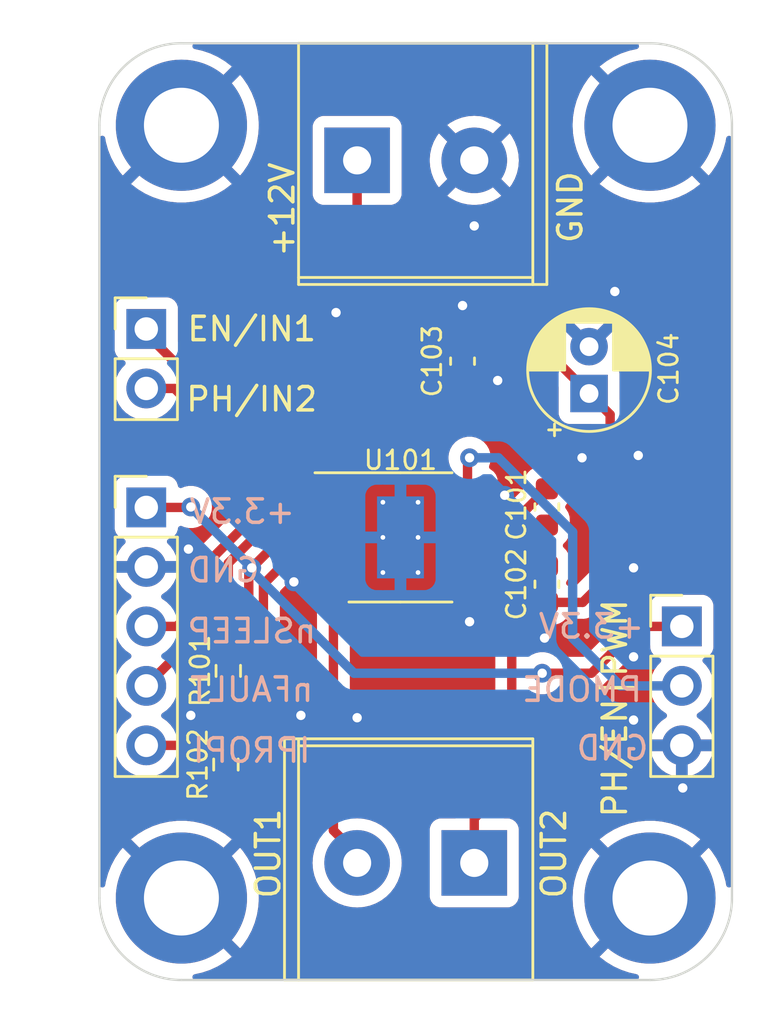
<source format=kicad_pcb>
(kicad_pcb (version 20221018) (generator pcbnew)
  (layers (0 "F.Cu" signal) (31 "B.Cu" signal) (34 "B.Paste" user) (35 "F.Paste" user) (36 "B.SilkS" user "B.Silkscreen") (37 "F.SilkS" user "F.Silkscreen") (38 "B.Mask" user) (39 "F.Mask" user) (44 "Edge.Cuts" user))
  (net 0 "")
  (net 1 "Net-(U101-CPH)")
  (net 2 "Net-(U101-CPL)")
  (net 3 "VMOTORS")
  (net 4 "Net-(U101-VCP)")
  (net 5 "GND")
  (net 6 "Net-(J101-Pin_1)")
  (net 7 "Net-(J101-Pin_2)")
  (net 8 "+3V3")
  (net 9 "PMODE")
  (net 10 "nSLEEP")
  (net 11 "nFAULT")
  (net 12 "IPROPI")
  (net 13 "IN2")
  (net 14 "IN1")
  (footprint "Connector_PinHeader_2.54mm:PinHeader_1x03_P2.54mm_Vertical" (layer "F.Cu") (at 141.96 100.6)
    (fp_text reference "J105")
    (fp_text value "PMODE")
    (fp_line (start -1.33 -1.33) (end 0 -1.33) (stroke (width 0.12)) (layer "F.SilkS"))
    (fp_line (start -1.33 0) (end -1.33 -1.33) (stroke (width 0.12)) (layer "F.SilkS"))
    (fp_line (start -1.33 1.27) (end -1.33 6.41) (stroke (width 0.12)) (layer "F.SilkS"))
    (fp_line (start -1.33 1.27) (end 1.33 1.27) (stroke (width 0.12)) (layer "F.SilkS"))
    (fp_line (start -1.33 6.41) (end 1.33 6.41) (stroke (width 0.12)) (layer "F.SilkS"))
    (fp_line (start 1.33 1.27) (end 1.33 6.41) (stroke (width 0.12)) (layer "F.SilkS"))
    (pad "1" thru_hole rect (at 0 0) (size 1.7 1.7) (drill 1) (layers "*.Cu" "*.Mask") (net 8 "+3V3"))
    (pad "2" thru_hole oval (at 0 2.54) (size 1.7 1.7) (drill 1) (layers "*.Cu" "*.Mask") (net 9 "PMODE"))
    (pad "3" thru_hole oval (at 0 5.08) (size 1.7 1.7) (drill 1) (layers "*.Cu" "*.Mask") (net 5 "GND"))
  )
  (footprint "Package_SO:HTSSOP-16-1EP_4.4x5mm_P0.65mm_EP3.4x5mm_Mask2.46x2.31mm_ThermalVias" (layer "F.Cu") (at 129.95 96.8)
    (fp_text reference "U101" (at 0 -3.3) (layer "F.SilkS") (effects (font (size 0.8 0.8) (thickness 0.12))))
    (fp_text value "~")
    (fp_line (start 0 -2.76) (end -3.65 -2.76) (stroke (width 0.12)) (layer "F.SilkS"))
    (fp_line (start 0 -2.76) (end 2.2 -2.76) (stroke (width 0.12)) (layer "F.SilkS"))
    (fp_line (start 0 2.76) (end -2.2 2.76) (stroke (width 0.12)) (layer "F.SilkS"))
    (fp_line (start 0 2.76) (end 2.2 2.76) (stroke (width 0.12)) (layer "F.SilkS"))
    (pad "1" smd roundrect (at -2.8625 -2.275) (size 1.575 0.4) (layers "F.Cu" "F.Paste" "F.Mask") (net 14 "IN1"))
    (pad "2" smd roundrect (at -2.8625 -1.625) (size 1.575 0.4) (layers "F.Cu" "F.Paste" "F.Mask") (net 13 "IN2"))
    (pad "3" smd roundrect (at -2.8625 -0.975) (size 1.575 0.4) (layers "F.Cu" "F.Paste" "F.Mask") (net 10 "nSLEEP"))
    (pad "4" smd roundrect (at -2.8625 -0.325) (size 1.575 0.4) (layers "F.Cu" "F.Paste" "F.Mask") (net 11 "nFAULT"))
    (pad "5" smd roundrect (at -2.8625 0.325) (size 1.575 0.4) (layers "F.Cu" "F.Paste" "F.Mask") (net 8 "+3V3"))
    (pad "6" smd roundrect (at -2.8625 0.975) (size 1.575 0.4) (layers "F.Cu" "F.Paste" "F.Mask") (net 12 "IPROPI"))
    (pad "7" smd roundrect (at -2.8625 1.625) (size 1.575 0.4) (layers "F.Cu" "F.Paste" "F.Mask") (net 5 "GND"))
    (pad "8" smd roundrect (at -2.8625 2.275) (size 1.575 0.4) (layers "F.Cu" "F.Paste" "F.Mask") (net 7 "Net-(J101-Pin_2)"))
    (pad "9" smd roundrect (at 2.8625 2.275) (size 1.575 0.4) (layers "F.Cu" "F.Paste" "F.Mask") (net 5 "GND"))
    (pad "10" smd roundrect (at 2.8625 1.625) (size 1.575 0.4) (layers "F.Cu" "F.Paste" "F.Mask") (net 6 "Net-(J101-Pin_1)"))
    (pad "11" smd roundrect (at 2.8625 0.975) (size 1.575 0.4) (layers "F.Cu" "F.Paste" "F.Mask") (net 3 "VMOTORS"))
    (pad "12" smd roundrect (at 2.8625 0.325) (size 1.575 0.4) (layers "F.Cu" "F.Paste" "F.Mask") (net 4 "Net-(U101-VCP)"))
    (pad "13" smd roundrect (at 2.8625 -0.325) (size 1.575 0.4) (layers "F.Cu" "F.Paste" "F.Mask") (net 1 "Net-(U101-CPH)"))
    (pad "14" smd roundrect (at 2.8625 -0.975) (size 1.575 0.4) (layers "F.Cu" "F.Paste" "F.Mask") (net 2 "Net-(U101-CPL)"))
    (pad "15" smd roundrect (at 2.8625 -1.625) (size 1.575 0.4) (layers "F.Cu" "F.Paste" "F.Mask") (net 5 "GND"))
    (pad "16" smd roundrect (at 2.8625 -2.275) (size 1.575 0.4) (layers "F.Cu" "F.Paste" "F.Mask") (net 9 "PMODE"))
    (pad "17" thru_hole circle (at -0.75 -1.5) (size 0.5 0.5) (drill 0.2) (layers "*.Cu") (net 5 "GND"))
    (pad "17" thru_hole circle (at -0.75 0) (size 0.5 0.5) (drill 0.2) (layers "*.Cu") (net 5 "GND"))
    (pad "17" thru_hole circle (at -0.75 1.5) (size 0.5 0.5) (drill 0.2) (layers "*.Cu") (net 5 "GND"))
    (pad "17" smd rect (at 0 0) (size 2 3.5) (layers "B.Cu") (net 5 "GND"))
    (pad "17" smd rect (at 0 0) (size 3.4 5) (layers "F.Cu") (net 5 "GND"))
    (pad "17" thru_hole circle (at 0.75 -1.5) (size 0.5 0.5) (drill 0.2) (layers "*.Cu") (net 5 "GND"))
    (pad "17" thru_hole circle (at 0.75 0) (size 0.5 0.5) (drill 0.2) (layers "*.Cu") (net 5 "GND"))
    (pad "17" thru_hole circle (at 0.75 1.5) (size 0.5 0.5) (drill 0.2) (layers "*.Cu") (net 5 "GND"))
  )
  (footprint "Connector_PinHeader_2.54mm:PinHeader_1x05_P2.54mm_Vertical" (layer "F.Cu") (at 119.1 95.52)
    (fp_text reference "J104")
    (fp_text value "Conn_01x06_Pin")
    (fp_line (start -1.33 -1.33) (end 0 -1.33) (stroke (width 0.12)) (layer "F.SilkS"))
    (fp_line (start -1.33 0) (end -1.33 -1.33) (stroke (width 0.12)) (layer "F.SilkS"))
    (fp_line (start -1.33 1.27) (end -1.33 11.49) (stroke (width 0.12)) (layer "F.SilkS"))
    (fp_line (start -1.33 1.27) (end 1.33 1.27) (stroke (width 0.12)) (layer "F.SilkS"))
    (fp_line (start -1.33 11.49) (end 1.33 11.49) (stroke (width 0.12)) (layer "F.SilkS"))
    (fp_line (start 1.33 1.27) (end 1.33 11.49) (stroke (width 0.12)) (layer "F.SilkS"))
    (pad "1" thru_hole rect (at 0 0) (size 1.7 1.7) (drill 1) (layers "*.Cu" "*.Mask") (net 8 "+3V3"))
    (pad "2" thru_hole oval (at 0 2.54) (size 1.7 1.7) (drill 1) (layers "*.Cu" "*.Mask") (net 5 "GND"))
    (pad "3" thru_hole oval (at 0 5.08) (size 1.7 1.7) (drill 1) (layers "*.Cu" "*.Mask") (net 10 "nSLEEP"))
    (pad "4" thru_hole oval (at 0 7.62) (size 1.7 1.7) (drill 1) (layers "*.Cu" "*.Mask") (net 11 "nFAULT"))
    (pad "5" thru_hole oval (at 0 10.16) (size 1.7 1.7) (drill 1) (layers "*.Cu" "*.Mask") (net 12 "IPROPI"))
  )
  (footprint "Capacitor_SMD:C_0603_1608Metric" (layer "F.Cu") (at 136.2 95.5 90)
    (fp_text reference "C101" (at 0.1 -1.3 90) (layer "F.SilkS") (effects (font (size 0.8 0.8) (thickness 0.12))))
    (fp_text value "0.022uf")
    (fp_line (start -0.14058 -0.51) (end 0.14058 -0.51) (stroke (width 0.12)) (layer "F.SilkS"))
    (fp_line (start -0.14058 0.51) (end 0.14058 0.51) (stroke (width 0.12)) (layer "F.SilkS"))
    (pad "1" smd roundrect (at -0.775 0 90) (size 0.9 0.95) (layers "F.Cu" "F.Paste" "F.Mask") (net 1 "Net-(U101-CPH)"))
    (pad "2" smd roundrect (at 0.775 0 90) (size 0.9 0.95) (layers "F.Cu" "F.Paste" "F.Mask") (net 2 "Net-(U101-CPL)"))
  )
  (footprint "MountingHole:MountingHole_3.2mm_M3_DIN965_Pad" (layer "F.Cu") (at 140.6 112.2)
    (fp_text reference "H104")
    (fp_text value "MountingHole")
    (pad "1" thru_hole circle (at 0 0) (size 5.6 5.6) (drill 3.2) (layers "*.Cu" "*.Mask") (net 5 "GND"))
  )
  (footprint "VsReality_Footprints:Ningbo_Kangnex_Elec_WJ128V_5_0_2P" (layer "F.Cu") (at 130.6 80.7)
    (fp_text reference "J103")
    (fp_text value "M0_CONN")
    (fp_line (start -5 -5) (end 5 -5) (stroke (width 0.12)) (layer "F.SilkS"))
    (fp_line (start -5 5) (end 5 5) (stroke (width 0.12)) (layer "F.SilkS"))
    (fp_line (start -5 5.3) (end -5 -5) (stroke (width 0.12)) (layer "F.SilkS"))
    (fp_line (start 5 -5) (end 5 5.3) (stroke (width 0.12)) (layer "F.SilkS"))
    (fp_line (start 5 -5) (end 5.6 -5) (stroke (width 0.12)) (layer "F.SilkS"))
    (fp_line (start 5 5.3) (end -5 5.3) (stroke (width 0.12)) (layer "F.SilkS"))
    (fp_line (start 5.6 -5) (end 5.6 5.3) (stroke (width 0.12)) (layer "F.SilkS"))
    (fp_line (start 5.6 5.3) (end 5 5.3) (stroke (width 0.12)) (layer "F.SilkS"))
    (pad "1" thru_hole rect (at -2.5 0 90) (size 2.8 2.8) (drill 1.2) (layers "*.Cu" "*.Mask") (net 3 "VMOTORS"))
    (pad "2" thru_hole circle (at 2.5 0) (size 2.8 2.8) (drill 1.2) (layers "*.Cu" "*.Mask") (net 5 "GND"))
  )
  (footprint "Capacitor_THT:CP_Radial_D5.0mm_P2.00mm" (layer "F.Cu") (at 138 90.655113 90)
    (fp_text reference "C104" (at 1.055113 3.4 90) (layer "F.SilkS") (effects (font (size 0.8 0.8) (thickness 0.12))))
    (fp_text value "47u")
    (fp_line (start -1.804775 -1.475) (end -1.304775 -1.475) (stroke (width 0.12)) (layer "F.SilkS"))
    (fp_line (start -1.554775 -1.725) (end -1.554775 -1.225) (stroke (width 0.12)) (layer "F.SilkS"))
    (fp_line (start 1 -2.58) (end 1 -1.04) (stroke (width 0.12)) (layer "F.SilkS"))
    (fp_line (start 1 1.04) (end 1 2.58) (stroke (width 0.12)) (layer "F.SilkS"))
    (fp_line (start 1.04 -2.58) (end 1.04 -1.04) (stroke (width 0.12)) (layer "F.SilkS"))
    (fp_line (start 1.04 1.04) (end 1.04 2.58) (stroke (width 0.12)) (layer "F.SilkS"))
    (fp_line (start 1.08 -2.579) (end 1.08 -1.04) (stroke (width 0.12)) (layer "F.SilkS"))
    (fp_line (start 1.08 1.04) (end 1.08 2.579) (stroke (width 0.12)) (layer "F.SilkS"))
    (fp_line (start 1.12 -2.578) (end 1.12 -1.04) (stroke (width 0.12)) (layer "F.SilkS"))
    (fp_line (start 1.12 1.04) (end 1.12 2.578) (stroke (width 0.12)) (layer "F.SilkS"))
    (fp_line (start 1.16 -2.576) (end 1.16 -1.04) (stroke (width 0.12)) (layer "F.SilkS"))
    (fp_line (start 1.16 1.04) (end 1.16 2.576) (stroke (width 0.12)) (layer "F.SilkS"))
    (fp_line (start 1.2 -2.573) (end 1.2 -1.04) (stroke (width 0.12)) (layer "F.SilkS"))
    (fp_line (start 1.2 1.04) (end 1.2 2.573) (stroke (width 0.12)) (layer "F.SilkS"))
    (fp_line (start 1.24 -2.569) (end 1.24 -1.04) (stroke (width 0.12)) (layer "F.SilkS"))
    (fp_line (start 1.24 1.04) (end 1.24 2.569) (stroke (width 0.12)) (layer "F.SilkS"))
    (fp_line (start 1.28 -2.565) (end 1.28 -1.04) (stroke (width 0.12)) (layer "F.SilkS"))
    (fp_line (start 1.28 1.04) (end 1.28 2.565) (stroke (width 0.12)) (layer "F.SilkS"))
    (fp_line (start 1.32 -2.561) (end 1.32 -1.04) (stroke (width 0.12)) (layer "F.SilkS"))
    (fp_line (start 1.32 1.04) (end 1.32 2.561) (stroke (width 0.12)) (layer "F.SilkS"))
    (fp_line (start 1.36 -2.556) (end 1.36 -1.04) (stroke (width 0.12)) (layer "F.SilkS"))
    (fp_line (start 1.36 1.04) (end 1.36 2.556) (stroke (width 0.12)) (layer "F.SilkS"))
    (fp_line (start 1.4 -2.55) (end 1.4 -1.04) (stroke (width 0.12)) (layer "F.SilkS"))
    (fp_line (start 1.4 1.04) (end 1.4 2.55) (stroke (width 0.12)) (layer "F.SilkS"))
    (fp_line (start 1.44 -2.543) (end 1.44 -1.04) (stroke (width 0.12)) (layer "F.SilkS"))
    (fp_line (start 1.44 1.04) (end 1.44 2.543) (stroke (width 0.12)) (layer "F.SilkS"))
    (fp_line (start 1.48 -2.536) (end 1.48 -1.04) (stroke (width 0.12)) (layer "F.SilkS"))
    (fp_line (start 1.48 1.04) (end 1.48 2.536) (stroke (width 0.12)) (layer "F.SilkS"))
    (fp_line (start 1.52 -2.528) (end 1.52 -1.04) (stroke (width 0.12)) (layer "F.SilkS"))
    (fp_line (start 1.52 1.04) (end 1.52 2.528) (stroke (width 0.12)) (layer "F.SilkS"))
    (fp_line (start 1.56 -2.52) (end 1.56 -1.04) (stroke (width 0.12)) (layer "F.SilkS"))
    (fp_line (start 1.56 1.04) (end 1.56 2.52) (stroke (width 0.12)) (layer "F.SilkS"))
    (fp_line (start 1.6 -2.511) (end 1.6 -1.04) (stroke (width 0.12)) (layer "F.SilkS"))
    (fp_line (start 1.6 1.04) (end 1.6 2.511) (stroke (width 0.12)) (layer "F.SilkS"))
    (fp_line (start 1.64 -2.501) (end 1.64 -1.04) (stroke (width 0.12)) (layer "F.SilkS"))
    (fp_line (start 1.64 1.04) (end 1.64 2.501) (stroke (width 0.12)) (layer "F.SilkS"))
    (fp_line (start 1.68 -2.491) (end 1.68 -1.04) (stroke (width 0.12)) (layer "F.SilkS"))
    (fp_line (start 1.68 1.04) (end 1.68 2.491) (stroke (width 0.12)) (layer "F.SilkS"))
    (fp_line (start 1.721 -2.48) (end 1.721 -1.04) (stroke (width 0.12)) (layer "F.SilkS"))
    (fp_line (start 1.721 1.04) (end 1.721 2.48) (stroke (width 0.12)) (layer "F.SilkS"))
    (fp_line (start 1.761 -2.468) (end 1.761 -1.04) (stroke (width 0.12)) (layer "F.SilkS"))
    (fp_line (start 1.761 1.04) (end 1.761 2.468) (stroke (width 0.12)) (layer "F.SilkS"))
    (fp_line (start 1.801 -2.455) (end 1.801 -1.04) (stroke (width 0.12)) (layer "F.SilkS"))
    (fp_line (start 1.801 1.04) (end 1.801 2.455) (stroke (width 0.12)) (layer "F.SilkS"))
    (fp_line (start 1.841 -2.442) (end 1.841 -1.04) (stroke (width 0.12)) (layer "F.SilkS"))
    (fp_line (start 1.841 1.04) (end 1.841 2.442) (stroke (width 0.12)) (layer "F.SilkS"))
    (fp_line (start 1.881 -2.428) (end 1.881 -1.04) (stroke (width 0.12)) (layer "F.SilkS"))
    (fp_line (start 1.881 1.04) (end 1.881 2.428) (stroke (width 0.12)) (layer "F.SilkS"))
    (fp_line (start 1.921 -2.414) (end 1.921 -1.04) (stroke (width 0.12)) (layer "F.SilkS"))
    (fp_line (start 1.921 1.04) (end 1.921 2.414) (stroke (width 0.12)) (layer "F.SilkS"))
    (fp_line (start 1.961 -2.398) (end 1.961 -1.04) (stroke (width 0.12)) (layer "F.SilkS"))
    (fp_line (start 1.961 1.04) (end 1.961 2.398) (stroke (width 0.12)) (layer "F.SilkS"))
    (fp_line (start 2.001 -2.382) (end 2.001 -1.04) (stroke (width 0.12)) (layer "F.SilkS"))
    (fp_line (start 2.001 1.04) (end 2.001 2.382) (stroke (width 0.12)) (layer "F.SilkS"))
    (fp_line (start 2.041 -2.365) (end 2.041 -1.04) (stroke (width 0.12)) (layer "F.SilkS"))
    (fp_line (start 2.041 1.04) (end 2.041 2.365) (stroke (width 0.12)) (layer "F.SilkS"))
    (fp_line (start 2.081 -2.348) (end 2.081 -1.04) (stroke (width 0.12)) (layer "F.SilkS"))
    (fp_line (start 2.081 1.04) (end 2.081 2.348) (stroke (width 0.12)) (layer "F.SilkS"))
    (fp_line (start 2.121 -2.329) (end 2.121 -1.04) (stroke (width 0.12)) (layer "F.SilkS"))
    (fp_line (start 2.121 1.04) (end 2.121 2.329) (stroke (width 0.12)) (layer "F.SilkS"))
    (fp_line (start 2.161 -2.31) (end 2.161 -1.04) (stroke (width 0.12)) (layer "F.SilkS"))
    (fp_line (start 2.161 1.04) (end 2.161 2.31) (stroke (width 0.12)) (layer "F.SilkS"))
    (fp_line (start 2.201 -2.29) (end 2.201 -1.04) (stroke (width 0.12)) (layer "F.SilkS"))
    (fp_line (start 2.201 1.04) (end 2.201 2.29) (stroke (width 0.12)) (layer "F.SilkS"))
    (fp_line (start 2.241 -2.268) (end 2.241 -1.04) (stroke (width 0.12)) (layer "F.SilkS"))
    (fp_line (start 2.241 1.04) (end 2.241 2.268) (stroke (width 0.12)) (layer "F.SilkS"))
    (fp_line (start 2.281 -2.247) (end 2.281 -1.04) (stroke (width 0.12)) (layer "F.SilkS"))
    (fp_line (start 2.281 1.04) (end 2.281 2.247) (stroke (width 0.12)) (layer "F.SilkS"))
    (fp_line (start 2.321 -2.224) (end 2.321 -1.04) (stroke (width 0.12)) (layer "F.SilkS"))
    (fp_line (start 2.321 1.04) (end 2.321 2.224) (stroke (width 0.12)) (layer "F.SilkS"))
    (fp_line (start 2.361 -2.2) (end 2.361 -1.04) (stroke (width 0.12)) (layer "F.SilkS"))
    (fp_line (start 2.361 1.04) (end 2.361 2.2) (stroke (width 0.12)) (layer "F.SilkS"))
    (fp_line (start 2.401 -2.175) (end 2.401 -1.04) (stroke (width 0.12)) (layer "F.SilkS"))
    (fp_line (start 2.401 1.04) (end 2.401 2.175) (stroke (width 0.12)) (layer "F.SilkS"))
    (fp_line (start 2.441 -2.149) (end 2.441 -1.04) (stroke (width 0.12)) (layer "F.SilkS"))
    (fp_line (start 2.441 1.04) (end 2.441 2.149) (stroke (width 0.12)) (layer "F.SilkS"))
    (fp_line (start 2.481 -2.122) (end 2.481 -1.04) (stroke (width 0.12)) (layer "F.SilkS"))
    (fp_line (start 2.481 1.04) (end 2.481 2.122) (stroke (width 0.12)) (layer "F.SilkS"))
    (fp_line (start 2.521 -2.095) (end 2.521 -1.04) (stroke (width 0.12)) (layer "F.SilkS"))
    (fp_line (start 2.521 1.04) (end 2.521 2.095) (stroke (width 0.12)) (layer "F.SilkS"))
    (fp_line (start 2.561 -2.065) (end 2.561 -1.04) (stroke (width 0.12)) (layer "F.SilkS"))
    (fp_line (start 2.561 1.04) (end 2.561 2.065) (stroke (width 0.12)) (layer "F.SilkS"))
    (fp_line (start 2.601 -2.035) (end 2.601 -1.04) (stroke (width 0.12)) (layer "F.SilkS"))
    (fp_line (start 2.601 1.04) (end 2.601 2.035) (stroke (width 0.12)) (layer "F.SilkS"))
    (fp_line (start 2.641 -2.004) (end 2.641 -1.04) (stroke (width 0.12)) (layer "F.SilkS"))
    (fp_line (start 2.641 1.04) (end 2.641 2.004) (stroke (width 0.12)) (layer "F.SilkS"))
    (fp_line (start 2.681 -1.971) (end 2.681 -1.04) (stroke (width 0.12)) (layer "F.SilkS"))
    (fp_line (start 2.681 1.04) (end 2.681 1.971) (stroke (width 0.12)) (layer "F.SilkS"))
    (fp_line (start 2.721 -1.937) (end 2.721 -1.04) (stroke (width 0.12)) (layer "F.SilkS"))
    (fp_line (start 2.721 1.04) (end 2.721 1.937) (stroke (width 0.12)) (layer "F.SilkS"))
    (fp_line (start 2.761 -1.901) (end 2.761 -1.04) (stroke (width 0.12)) (layer "F.SilkS"))
    (fp_line (start 2.761 1.04) (end 2.761 1.901) (stroke (width 0.12)) (layer "F.SilkS"))
    (fp_line (start 2.801 -1.864) (end 2.801 -1.04) (stroke (width 0.12)) (layer "F.SilkS"))
    (fp_line (start 2.801 1.04) (end 2.801 1.864) (stroke (width 0.12)) (layer "F.SilkS"))
    (fp_line (start 2.841 -1.826) (end 2.841 -1.04) (stroke (width 0.12)) (layer "F.SilkS"))
    (fp_line (start 2.841 1.04) (end 2.841 1.826) (stroke (width 0.12)) (layer "F.SilkS"))
    (fp_line (start 2.881 -1.785) (end 2.881 -1.04) (stroke (width 0.12)) (layer "F.SilkS"))
    (fp_line (start 2.881 1.04) (end 2.881 1.785) (stroke (width 0.12)) (layer "F.SilkS"))
    (fp_line (start 2.921 -1.743) (end 2.921 -1.04) (stroke (width 0.12)) (layer "F.SilkS"))
    (fp_line (start 2.921 1.04) (end 2.921 1.743) (stroke (width 0.12)) (layer "F.SilkS"))
    (fp_line (start 2.961 -1.699) (end 2.961 -1.04) (stroke (width 0.12)) (layer "F.SilkS"))
    (fp_line (start 2.961 1.04) (end 2.961 1.699) (stroke (width 0.12)) (layer "F.SilkS"))
    (fp_line (start 3.001 -1.653) (end 3.001 -1.04) (stroke (width 0.12)) (layer "F.SilkS"))
    (fp_line (start 3.001 1.04) (end 3.001 1.653) (stroke (width 0.12)) (layer "F.SilkS"))
    (fp_line (start 3.041 -1.605) (end 3.041 1.605) (stroke (width 0.12)) (layer "F.SilkS"))
    (fp_line (start 3.081 -1.554) (end 3.081 1.554) (stroke (width 0.12)) (layer "F.SilkS"))
    (fp_line (start 3.121 -1.5) (end 3.121 1.5) (stroke (width 0.12)) (layer "F.SilkS"))
    (fp_line (start 3.161 -1.443) (end 3.161 1.443) (stroke (width 0.12)) (layer "F.SilkS"))
    (fp_line (start 3.201 -1.383) (end 3.201 1.383) (stroke (width 0.12)) (layer "F.SilkS"))
    (fp_line (start 3.241 -1.319) (end 3.241 1.319) (stroke (width 0.12)) (layer "F.SilkS"))
    (fp_line (start 3.281 -1.251) (end 3.281 1.251) (stroke (width 0.12)) (layer "F.SilkS"))
    (fp_line (start 3.321 -1.178) (end 3.321 1.178) (stroke (width 0.12)) (layer "F.SilkS"))
    (fp_line (start 3.361 -1.098) (end 3.361 1.098) (stroke (width 0.12)) (layer "F.SilkS"))
    (fp_line (start 3.401 -1.011) (end 3.401 1.011) (stroke (width 0.12)) (layer "F.SilkS"))
    (fp_line (start 3.441 -0.915) (end 3.441 0.915) (stroke (width 0.12)) (layer "F.SilkS"))
    (fp_line (start 3.481 -0.805) (end 3.481 0.805) (stroke (width 0.12)) (layer "F.SilkS"))
    (fp_line (start 3.521 -0.677) (end 3.521 0.677) (stroke (width 0.12)) (layer "F.SilkS"))
    (fp_line (start 3.561 -0.518) (end 3.561 0.518) (stroke (width 0.12)) (layer "F.SilkS"))
    (fp_line (start 3.601 -0.284) (end 3.601 0.284) (stroke (width 0.12)) (layer "F.SilkS"))
    (fp_circle (center 1 0) (end 3.62 0) (stroke (width 0.12)) (fill none) (layer "F.SilkS"))
    (pad "1" thru_hole rect (at 0 0 90) (size 1.6 1.6) (drill 0.8) (layers "*.Cu" "*.Mask") (net 3 "VMOTORS"))
    (pad "2" thru_hole circle (at 2 0 90) (size 1.6 1.6) (drill 0.8) (layers "*.Cu" "*.Mask") (net 5 "GND"))
  )
  (footprint "Capacitor_SMD:C_0603_1608Metric" (layer "F.Cu") (at 136.2 98.8 90)
    (fp_text reference "C102" (at 0 -1.3 90) (layer "F.SilkS") (effects (font (size 0.8 0.8) (thickness 0.12))))
    (fp_text value "0.1uf")
    (fp_line (start -0.14058 -0.51) (end 0.14058 -0.51) (stroke (width 0.12)) (layer "F.SilkS"))
    (fp_line (start -0.14058 0.51) (end 0.14058 0.51) (stroke (width 0.12)) (layer "F.SilkS"))
    (pad "1" smd roundrect (at -0.775 0 90) (size 0.9 0.95) (layers "F.Cu" "F.Paste" "F.Mask") (net 3 "VMOTORS"))
    (pad "2" smd roundrect (at 0.775 0 90) (size 0.9 0.95) (layers "F.Cu" "F.Paste" "F.Mask") (net 4 "Net-(U101-VCP)"))
  )
  (footprint "MountingHole:MountingHole_3.2mm_M3_DIN965_Pad" (layer "F.Cu") (at 120.6 112.2)
    (fp_text reference "H103")
    (fp_text value "MountingHole")
    (pad "1" thru_hole circle (at 0 0) (size 5.6 5.6) (drill 3.2) (layers "*.Cu" "*.Mask") (net 5 "GND"))
  )
  (footprint "Resistor_SMD:R_0603_1608Metric" (layer "F.Cu") (at 122.6 102.5 90)
    (fp_text reference "R101" (at 0 -1.2 90) (layer "F.SilkS") (effects (font (size 0.8 0.8) (thickness 0.12))))
    (fp_text value "10K")
    (fp_line (start -0.237258 -0.5225) (end 0.237258 -0.5225) (stroke (width 0.12)) (layer "F.SilkS"))
    (fp_line (start -0.237258 0.5225) (end 0.237258 0.5225) (stroke (width 0.12)) (layer "F.SilkS"))
    (pad "1" smd roundrect (at -0.825 0 90) (size 0.8 0.95) (layers "F.Cu" "F.Paste" "F.Mask") (net 8 "+3V3"))
    (pad "2" smd roundrect (at 0.825 0 90) (size 0.8 0.95) (layers "F.Cu" "F.Paste" "F.Mask") (net 11 "nFAULT"))
  )
  (footprint "Capacitor_SMD:C_0603_1608Metric" (layer "F.Cu") (at 132.6 89.275 90)
    (fp_text reference "C103" (at 0 -1.3 90) (layer "F.SilkS") (effects (font (size 0.8 0.8) (thickness 0.12))))
    (fp_text value "0.1uf")
    (fp_line (start -0.14058 -0.51) (end 0.14058 -0.51) (stroke (width 0.12)) (layer "F.SilkS"))
    (fp_line (start -0.14058 0.51) (end 0.14058 0.51) (stroke (width 0.12)) (layer "F.SilkS"))
    (pad "1" smd roundrect (at -0.775 0 90) (size 0.9 0.95) (layers "F.Cu" "F.Paste" "F.Mask") (net 5 "GND"))
    (pad "2" smd roundrect (at 0.775 0 90) (size 0.9 0.95) (layers "F.Cu" "F.Paste" "F.Mask") (net 3 "VMOTORS"))
  )
  (footprint "Connector_PinHeader_2.54mm:PinHeader_1x02_P2.54mm_Vertical" (layer "F.Cu") (at 119.1 87.9)
    (fp_text reference "J102")
    (fp_text value "Conn_01x02_Pin")
    (fp_text user "PMODE" (at 18.6 15.4) (layer "B.SilkS") (effects (justify mirror)))
    (fp_text user "GND" (at 19.9 17.9) (layer "B.SilkS") (effects (justify mirror)))
    (fp_text user "nFAULT" (at 4.5 15.4) (layer "B.SilkS") (effects (justify mirror)))
    (fp_text user "nSLEEP" (at 4.5 12.9) (layer "B.SilkS") (effects (justify mirror)))
    (fp_text user "GND" (at 3.3 10.3) (layer "B.SilkS") (effects (justify mirror)))
    (fp_text user "+3.3V" (at 4.1 7.8) (layer "B.SilkS") (effects (justify mirror)))
    (fp_text user "+3.3V" (at 19 12.7) (layer "B.SilkS") (effects (justify mirror)))
    (fp_text user "IPROPI" (at 4.5 18) (layer "B.SilkS") (effects (justify mirror)))
    (fp_text user "+12V" (at 5.8 -5.1 -90) (layer "F.SilkS"))
    (fp_text user "GND" (at 18.1 -5.2 -90) (layer "F.SilkS"))
    (fp_text user "PH/EN|PWM" (at 20 16.2 90) (layer "F.SilkS"))
    (fp_text user "PH/IN2" (at 4.5 3) (layer "F.SilkS"))
    (fp_text user "EN/IN1" (at 4.5 0) (layer "F.SilkS"))
    (fp_text user "OUT1" (at 5.2 22.4 90) (layer "F.SilkS"))
    (fp_text user "OUT2" (at 17.4 22.4 90) (layer "F.SilkS"))
    (fp_line (start -1.33 -1.33) (end 0 -1.33) (stroke (width 0.12)) (layer "F.SilkS"))
    (fp_line (start -1.33 0) (end -1.33 -1.33) (stroke (width 0.12)) (layer "F.SilkS"))
    (fp_line (start -1.33 1.27) (end -1.33 3.87) (stroke (width 0.12)) (layer "F.SilkS"))
    (fp_line (start -1.33 1.27) (end 1.33 1.27) (stroke (width 0.12)) (layer "F.SilkS"))
    (fp_line (start -1.33 3.87) (end 1.33 3.87) (stroke (width 0.12)) (layer "F.SilkS"))
    (fp_line (start 1.33 1.27) (end 1.33 3.87) (stroke (width 0.12)) (layer "F.SilkS"))
    (pad "1" thru_hole rect (at 0 0) (size 1.7 1.7) (drill 1) (layers "*.Cu" "*.Mask") (net 14 "IN1"))
    (pad "2" thru_hole oval (at 0 2.54) (size 1.7 1.7) (drill 1) (layers "*.Cu" "*.Mask") (net 13 "IN2"))
  )
  (footprint "Resistor_SMD:R_0603_1608Metric" (layer "F.Cu") (at 122.5 106.5 -90)
    (fp_text reference "R102" (at 0 1.2 90) (layer "F.SilkS") (effects (font (size 0.8 0.8) (thickness 0.12))))
    (fp_text value "1.2K")
    (fp_line (start -0.237258 -0.5225) (end 0.237258 -0.5225) (stroke (width 0.12)) (layer "F.SilkS"))
    (fp_line (start -0.237258 0.5225) (end 0.237258 0.5225) (stroke (width 0.12)) (layer "F.SilkS"))
    (pad "1" smd roundrect (at -0.825 0 270) (size 0.8 0.95) (layers "F.Cu" "F.Paste" "F.Mask") (net 12 "IPROPI"))
    (pad "2" smd roundrect (at 0.825 0 270) (size 0.8 0.95) (layers "F.Cu" "F.Paste" "F.Mask") (net 5 "GND"))
  )
  (footprint "MountingHole:MountingHole_3.2mm_M3_DIN965_Pad" (layer "F.Cu") (at 140.6 79.2)
    (fp_text reference "H102")
    (fp_text value "MountingHole")
    (pad "1" thru_hole circle (at 0 0) (size 5.6 5.6) (drill 3.2) (layers "*.Cu" "*.Mask") (net 5 "GND"))
  )
  (footprint "VsReality_Footprints:Ningbo_Kangnex_Elec_WJ128V_5_0_2P" (layer "F.Cu") (at 130.6 110.7 180)
    (fp_text reference "J101")
    (fp_text value "M0_CONN")
    (fp_line (start -5 -5) (end 5 -5) (stroke (width 0.12)) (layer "F.SilkS"))
    (fp_line (start -5 5) (end 5 5) (stroke (width 0.12)) (layer "F.SilkS"))
    (fp_line (start -5 5.3) (end -5 -5) (stroke (width 0.12)) (layer "F.SilkS"))
    (fp_line (start 5 -5) (end 5 5.3) (stroke (width 0.12)) (layer "F.SilkS"))
    (fp_line (start 5 -5) (end 5.6 -5) (stroke (width 0.12)) (layer "F.SilkS"))
    (fp_line (start 5 5.3) (end -5 5.3) (stroke (width 0.12)) (layer "F.SilkS"))
    (fp_line (start 5.6 -5) (end 5.6 5.3) (stroke (width 0.12)) (layer "F.SilkS"))
    (fp_line (start 5.6 5.3) (end 5 5.3) (stroke (width 0.12)) (layer "F.SilkS"))
    (pad "1" thru_hole rect (at -2.5 0 270) (size 2.8 2.8) (drill 1.2) (layers "*.Cu" "*.Mask") (net 6 "Net-(J101-Pin_1)"))
    (pad "2" thru_hole circle (at 2.5 0 180) (size 2.8 2.8) (drill 1.2) (layers "*.Cu" "*.Mask") (net 7 "Net-(J101-Pin_2)"))
  )
  (footprint "MountingHole:MountingHole_3.2mm_M3_DIN965_Pad" (layer "F.Cu") (at 120.6 79.2)
    (fp_text reference "H101")
    (fp_text value "MountingHole")
    (pad "1" thru_hole circle (at 0 0) (size 5.6 5.6) (drill 3.2) (layers "*.Cu" "*.Mask") (net 5 "GND"))
  )
  (gr_line (start 144.1 112.2) (end 144.1 79.2) (stroke (width 0.1)) (layer "Edge.Cuts"))
  (gr_arc (start 117.098572 79.2) (mid 118.159728 76.68901) (end 120.7 75.7) (stroke (width 0.1)) (layer "Edge.Cuts"))
  (gr_arc (start 144.1 112.2) (mid 143.074874 114.674874) (end 140.6 115.7) (stroke (width 0.1)) (layer "Edge.Cuts"))
  (gr_arc (start 120.6 115.7) (mid 118.125126 114.674874) (end 117.1 112.2) (stroke (width 0.1)) (layer "Edge.Cuts"))
  (gr_line (start 120.7 75.7) (end 140.6 75.7) (stroke (width 0.1)) (layer "Edge.Cuts"))
  (gr_line (start 117.098572 79.2) (end 117.1 112.2) (stroke (width 0.1)) (layer "Edge.Cuts"))
  (gr_line (start 120.6 115.7) (end 140.6 115.7) (stroke (width 0.1)) (layer "Edge.Cuts"))
  (gr_arc (start 140.6 75.7) (mid 143.074874 76.725126) (end 144.1 79.2) (stroke (width 0.1)) (layer "Edge.Cuts"))
  (segment (start 132.8125 96.475) (end 136 96.475) (width 0.4) (layer "F.Cu") (net 1))
  (segment (start 136 96.475) (end 136.2 96.275) (width 0.4) (layer "F.Cu") (net 1))
  (segment (start 135.1 95.825) (end 132.8125 95.825) (width 0.4) (layer "F.Cu") (net 2))
  (segment (start 136.2 94.725) (end 135.1 95.825) (width 0.4) (layer "F.Cu") (net 2))
  (segment (start 135.844887 88.5) (end 138 90.655113) (width 0.4) (layer "F.Cu") (net 3))
  (segment (start 138.9 98.4) (end 138.9 91.555113) (width 0.4) (layer "F.Cu") (net 3))
  (segment (start 137.725 99.575) (end 138.9 98.4) (width 0.4) (layer "F.Cu") (net 3))
  (segment (start 135.926472 99.575) (end 136.2 99.575) (width 0.4) (layer "F.Cu") (net 3))
  (segment (start 134.126472 97.775) (end 135.926472 99.575) (width 0.4) (layer "F.Cu") (net 3))
  (segment (start 132.8125 97.775) (end 134.126472 97.775) (width 0.4) (layer "F.Cu") (net 3))
  (segment (start 130.9 88.5) (end 135.844887 88.5) (width 0.4) (layer "F.Cu") (net 3))
  (segment (start 128.1 80.7) (end 128.1 85.7) (width 0.4) (layer "F.Cu") (net 3))
  (segment (start 128.1 85.7) (end 130.9 88.5) (width 0.4) (layer "F.Cu") (net 3))
  (segment (start 136.2 99.575) (end 137.725 99.575) (width 0.4) (layer "F.Cu") (net 3))
  (segment (start 138 90.655113) (end 138.9 91.555113) (width 0.4) (layer "F.Cu") (net 3))
  (segment (start 134.325 97.125) (end 135.225 98.025) (width 0.4) (layer "F.Cu") (net 4))
  (segment (start 132.8125 97.125) (end 134.325 97.125) (width 0.4) (layer "F.Cu") (net 4))
  (segment (start 135.225 98.025) (end 136.2 98.025) (width 0.4) (layer "F.Cu") (net 4))
  (segment (start 127.0875 98.425) (end 125.675 98.425) (width 0.4) (layer "F.Cu") (net 5))
  (segment (start 125.675 98.425) (end 125.4 98.7) (width 0.4) (layer "F.Cu") (net 5))
  (segment (start 132.8125 95.175) (end 134.225 95.175) (width 0.4) (layer "F.Cu") (net 5))
  (segment (start 134.225 95.175) (end 134.4 95) (width 0.4) (layer "F.Cu") (net 5))
  (segment (start 134.425 95.175) (end 134.6 95) (width 0.4) (layer "F.Cu") (net 5))
  (via (at 120.9 97.3) (size 0.8) (drill 0.4) (layers "F.Cu" "B.Cu") (net 5))
  (via (at 132.6 86.9) (size 0.8) (drill 0.4) (layers "F.Cu" "B.Cu") (net 5))
  (via (at 127.2 87.2) (size 0.8) (drill 0.4) (layers "F.Cu" "B.Cu") (net 5))
  (via (at 132.9 100.4) (size 0.8) (drill 0.4) (layers "F.Cu" "B.Cu") (net 5))
  (via (at 142 107.5) (size 0.8) (drill 0.4) (layers "F.Cu" "B.Cu") (net 5))
  (via (at 128.1 104.5) (size 0.8) (drill 0.4) (layers "F.Cu" "B.Cu") (net 5))
  (via (at 134.4 95) (size 0.8) (drill 0.4) (layers "F.Cu" "B.Cu") (net 5))
  (via (at 137.7 93.4) (size 0.8) (drill 0.4) (layers "F.Cu" "B.Cu") (net 5))
  (via (at 121 104.4) (size 0.8) (drill 0.4) (layers "F.Cu" "B.Cu") (net 5))
  (via (at 134.1 90.1) (size 0.8) (drill 0.4) (layers "F.Cu" "B.Cu") (net 5))
  (via (at 125.7 104.4) (size 0.8) (drill 0.4) (layers "F.Cu" "B.Cu") (net 5))
  (via (at 139.9 104.6) (size 0.8) (drill 0.4) (layers "F.Cu" "B.Cu") (net 5))
  (via (at 136.1 101.1) (size 0.8) (drill 0.4) (layers "F.Cu" "B.Cu") (net 5))
  (via (at 139.9 98.1) (size 0.8) (drill 0.4) (layers "F.Cu" "B.Cu") (net 5))
  (via (at 139.1 86.3) (size 0.8) (drill 0.4) (layers "F.Cu" "B.Cu") (net 5))
  (via (at 133.1 83.5) (size 0.8) (drill 0.4) (layers "F.Cu" "B.Cu") (net 5))
  (via (at 139.9 101.9) (size 0.8) (drill 0.4) (layers "F.Cu" "B.Cu") (net 5))
  (via (at 125.4 98.7) (size 0.8) (drill 0.4) (layers "F.Cu" "B.Cu") (net 5))
  (via (at 140.1 93.3) (size 0.8) (drill 0.4) (layers "F.Cu" "B.Cu") (net 5))
  (segment (start 133.657107 98.425) (end 134.7 99.467893) (width 0.4) (layer "F.Cu") (net 6))
  (segment (start 134.7 99.467893) (end 134.7 107.2) (width 0.4) (layer "F.Cu") (net 6))
  (segment (start 133.1 108.8) (end 133.1 110.7) (width 0.4) (layer "F.Cu") (net 6))
  (segment (start 132.8125 98.425) (end 133.657107 98.425) (width 0.4) (layer "F.Cu") (net 6))
  (segment (start 134.7 107.2) (end 133.1 108.8) (width 0.4) (layer "F.Cu") (net 6))
  (segment (start 128.1 110.325) (end 128.1 110.7) (width 0.4) (layer "F.Cu") (net 7))
  (segment (start 127.0875 99.075) (end 127.0875 109.3125) (width 0.4) (layer "F.Cu") (net 7))
  (segment (start 127.0875 109.3125) (end 128.1 110.325) (width 0.4) (layer "F.Cu") (net 7))
  (segment (start 123.475 98.225) (end 123.475 102.45) (width 0.4) (layer "F.Cu") (net 8))
  (segment (start 138.1 102.6) (end 140.1 100.6) (width 0.4) (layer "F.Cu") (net 8))
  (segment (start 121 95.5) (end 120.98 95.52) (width 0.4) (layer "F.Cu") (net 8))
  (segment (start 120.98 95.52) (end 119.1 95.52) (width 0.4) (layer "F.Cu") (net 8))
  (segment (start 140.1 100.6) (end 141.96 100.6) (width 0.4) (layer "F.Cu") (net 8))
  (segment (start 123.6 98.1) (end 123.475 98.225) (width 0.4) (layer "F.Cu") (net 8))
  (segment (start 138.1 102.6) (end 136 102.6) (width 0.4) (layer "F.Cu") (net 8))
  (segment (start 121.02 95.52) (end 121 95.5) (width 0.4) (layer "F.Cu") (net 8))
  (segment (start 123.475 102.45) (end 122.6 103.325) (width 0.4) (layer "F.Cu") (net 8))
  (segment (start 127.0875 97.125) (end 124.575 97.125) (width 0.4) (layer "F.Cu") (net 8))
  (segment (start 124.575 97.125) (end 123.6 98.1) (width 0.4) (layer "F.Cu") (net 8))
  (segment (start 121.1 95.52) (end 121.02 95.52) (width 0.4) (layer "F.Cu") (net 8))
  (via (at 136 102.6) (size 0.8) (drill 0.4) (layers "F.Cu" "B.Cu") (net 8))
  (via (at 121 95.5) (size 0.8) (drill 0.4) (layers "F.Cu" "B.Cu") (net 8))
  (via (at 123.6 98.1) (size 0.8) (drill 0.4) (layers "F.Cu" "B.Cu") (net 8))
  (segment (start 127.968629 102.6) (end 136 102.6) (width 0.4) (layer "B.Cu") (net 8))
  (segment (start 121 95.5) (end 123.6 98.1) (width 0.4) (layer "B.Cu") (net 8))
  (segment (start 123.6 98.231371) (end 127.968629 102.6) (width 0.4) (layer "B.Cu") (net 8))
  (segment (start 123.6 98.1) (end 123.6 98.231371) (width 0.4) (layer "B.Cu") (net 8))
  (segment (start 132.8125 94.525) (end 132.8125 93.4875) (width 0.4) (layer "F.Cu") (net 9))
  (segment (start 132.8125 93.4875) (end 132.9 93.4) (width 0.4) (layer "F.Cu") (net 9))
  (via (at 132.9 93.4) (size 0.8) (drill 0.4) (layers "F.Cu" "B.Cu") (net 9))
  (segment (start 139.34 103.14) (end 141.96 103.14) (width 0.4) (layer "B.Cu") (net 9))
  (segment (start 137.3 96.568629) (end 137.3 101.1) (width 0.4) (layer "B.Cu") (net 9))
  (segment (start 132.9 93.4) (end 134.131371 93.4) (width 0.4) (layer "B.Cu") (net 9))
  (segment (start 134.131371 93.4) (end 137.3 96.568629) (width 0.4) (layer "B.Cu") (net 9))
  (segment (start 137.3 101.1) (end 139.34 103.14) (width 0.4) (layer "B.Cu") (net 9))
  (segment (start 127.0875 95.825) (end 123.775 95.825) (width 0.4) (layer "F.Cu") (net 10))
  (segment (start 121.6 99.4) (end 120.4 100.6) (width 0.4) (layer "F.Cu") (net 10))
  (segment (start 120.4 100.6) (end 119.1 100.6) (width 0.4) (layer "F.Cu") (net 10))
  (segment (start 121.6 98) (end 121.6 99.4) (width 0.4) (layer "F.Cu") (net 10))
  (segment (start 123.775 95.825) (end 121.6 98) (width 0.4) (layer "F.Cu") (net 10))
  (segment (start 127.0875 96.475) (end 124.025 96.475) (width 0.4) (layer "F.Cu") (net 11))
  (segment (start 122.6 97.9) (end 122.6 101.675) (width 0.4) (layer "F.Cu") (net 11))
  (segment (start 124.025 96.475) (end 122.6 97.9) (width 0.4) (layer "F.Cu") (net 11))
  (segment (start 122.6 101.675) (end 120.565 101.675) (width 0.4) (layer "F.Cu") (net 11))
  (segment (start 120.565 101.675) (end 119.1 103.14) (width 0.4) (layer "F.Cu") (net 11))
  (segment (start 127.0875 97.775) (end 125.125 97.775) (width 0.4) (layer "F.Cu") (net 12))
  (segment (start 119.1 105.68) (end 122.495 105.68) (width 0.4) (layer "F.Cu") (net 12))
  (segment (start 124.1 98.8) (end 124.1 104.075) (width 0.4) (layer "F.Cu") (net 12))
  (segment (start 124.1 104.075) (end 122.5 105.675) (width 0.4) (layer "F.Cu") (net 12))
  (segment (start 125.125 97.775) (end 124.1 98.8) (width 0.4) (layer "F.Cu") (net 12))
  (segment (start 122.495 105.68) (end 122.5 105.675) (width 0.4) (layer "F.Cu") (net 12))
  (segment (start 125.037081 95.175) (end 127.0875 95.175) (width 0.4) (layer "F.Cu") (net 13))
  (segment (start 120.302081 90.44) (end 125.037081 95.175) (width 0.4) (layer "F.Cu") (net 13))
  (segment (start 119.1 90.44) (end 120.302081 90.44) (width 0.4) (layer "F.Cu") (net 13))
  (segment (start 119.1 88.1) (end 119.1 87.9) (width 0.4) (layer "F.Cu") (net 14))
  (segment (start 125.525 94.525) (end 127.0875 94.525) (width 0.4) (layer "F.Cu") (net 14))
  (segment (start 125.525 94.525) (end 119.1 88.1) (width 0.4) (layer "F.Cu") (net 14))
  (zone (net 5) (net_name "GND") (layer "F.Cu") (connect_pads (clearance 0.5)) (min_thickness 0.25) (fill yes (thermal_gap 0.5) (thermal_bridge_width 0.5))
    (polygon (pts (xy 117.1 75.7) (xy 144.3 75.7) (xy 144.1 115.7) (xy 117.1 115.7)))
  )
  (zone (net 5) (net_name "GND") (layer "B.Cu") (connect_pads (clearance 0.5)) (min_thickness 0.25) (fill yes (thermal_gap 0.5) (thermal_bridge_width 0.5))
    (polygon (pts (xy 117.1 75.7) (xy 144.3 75.7) (xy 144.1 115.7) (xy 117.1 115.7)))
  )
)
</source>
